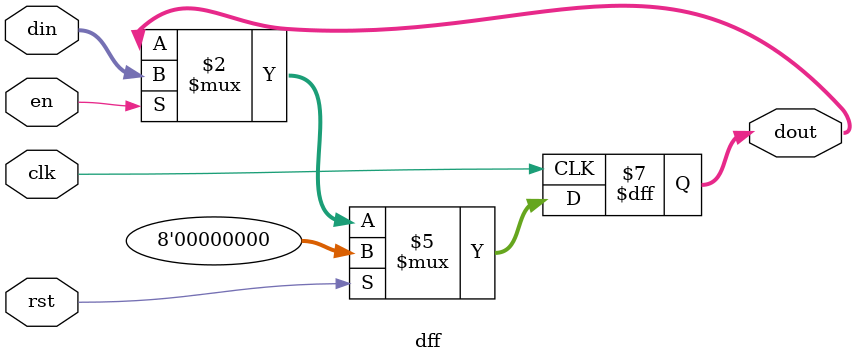
<source format=sv>
`timescale 1 ns / 1 ps
`default_nettype none

module dff #(
    parameter int WIDTH = 8
) (
    input var              clk,
    input var              rst,
    input var              en,
    input var  [WIDTH-1:0] din,
    output var [WIDTH-1:0] dout
);

  always_ff @(posedge clk) begin
    if (rst) begin
      dout <= '0;
    end else if (en) begin
      dout <= din;
    end
  end

endmodule

</source>
